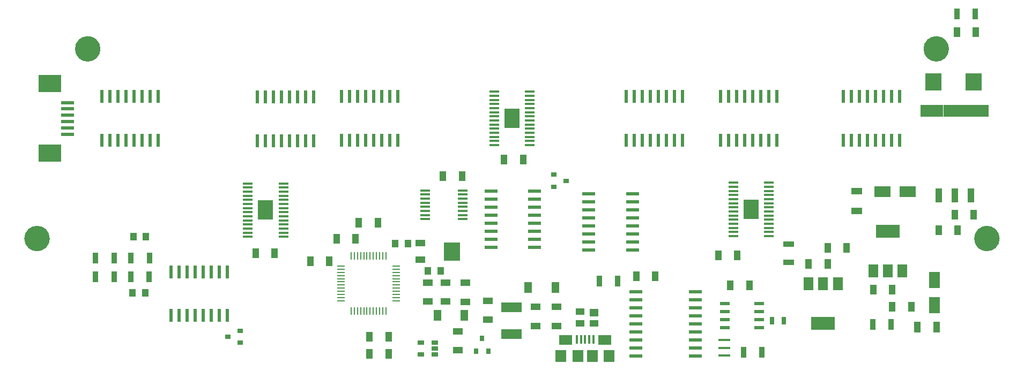
<source format=gbp>
G04 #@! TF.GenerationSoftware,KiCad,Pcbnew,(5.0.2)-1*
G04 #@! TF.CreationDate,2019-04-28T17:40:44-04:00*
G04 #@! TF.ProjectId,FSAE Main Panel,46534145-204d-4616-996e-2050616e656c,rev?*
G04 #@! TF.SameCoordinates,Original*
G04 #@! TF.FileFunction,Paste,Bot*
G04 #@! TF.FilePolarity,Positive*
%FSLAX46Y46*%
G04 Gerber Fmt 4.6, Leading zero omitted, Abs format (unit mm)*
G04 Created by KiCad (PCBNEW (5.0.2)-1) date 4/28/2019 5:40:44 PM*
%MOMM*%
%LPD*%
G01*
G04 APERTURE LIST*
%ADD10C,2.000000*%
%ADD11R,2.000000X0.630000*%
%ADD12R,2.500000X1.800000*%
%ADD13R,3.580000X1.910000*%
%ADD14R,1.100000X2.160000*%
%ADD15R,0.900000X0.800000*%
%ADD16R,2.000000X0.600000*%
%ADD17R,1.600000X1.000000*%
%ADD18R,2.540000X3.000000*%
%ADD19R,0.400000X1.350000*%
%ADD20R,2.100000X1.600000*%
%ADD21R,1.800000X1.900000*%
%ADD22R,2.340000X3.040000*%
%ADD23R,1.600000X0.300000*%
%ADD24R,1.900000X0.400000*%
%ADD25R,1.000000X1.600000*%
%ADD26R,1.000000X1.250000*%
%ADD27R,2.550000X2.700000*%
%ADD28R,1.400000X1.000000*%
%ADD29R,1.400000X1.200000*%
%ADD30R,1.800000X2.500000*%
%ADD31R,3.200000X1.500000*%
%ADD32R,3.600000X2.680000*%
%ADD33R,2.000000X0.610000*%
%ADD34R,1.250000X1.700000*%
%ADD35R,0.800000X0.900000*%
%ADD36R,0.900000X1.700000*%
%ADD37R,0.250000X1.300000*%
%ADD38R,1.300000X0.250000*%
%ADD39R,1.060000X0.650000*%
%ADD40R,1.550000X0.600000*%
%ADD41R,1.500000X0.450000*%
%ADD42R,0.630000X2.000000*%
%ADD43R,1.700000X0.900000*%
%ADD44R,1.500000X2.000000*%
%ADD45R,3.800000X2.000000*%
%ADD46R,0.700000X1.300000*%
%ADD47R,1.100000X1.800000*%
%ADD48R,1.800000X1.100000*%
G04 APERTURE END LIST*
D10*
X96500000Y-38000000D02*
G75*
G03X96500000Y-38000000I-1000000J0D01*
G01*
X88500000Y-68000000D02*
G75*
G03X88500000Y-68000000I-1000000J0D01*
G01*
X238500000Y-68000000D02*
G75*
G03X238500000Y-68000000I-1000000J0D01*
G01*
X230500000Y-38000000D02*
G75*
G03X230500000Y-38000000I-1000000J0D01*
G01*
D11*
G04 #@! TO.C,RN501*
X159200000Y-60480000D03*
X159200000Y-61750000D03*
X159200000Y-63020000D03*
X159200000Y-64290000D03*
X159200000Y-65570000D03*
X159200000Y-66840000D03*
X159200000Y-68110000D03*
X159200000Y-69380000D03*
X166100000Y-69380000D03*
X166100000Y-68110000D03*
X166100000Y-66840000D03*
X166100000Y-65570000D03*
X166100000Y-64290000D03*
X166100000Y-63020000D03*
X166100000Y-61750000D03*
X166100000Y-60480000D03*
G04 #@! TD*
D12*
G04 #@! TO.C,D302*
X225000000Y-60600000D03*
X221000000Y-60600000D03*
G04 #@! TD*
D13*
G04 #@! TO.C,U303*
X228800000Y-47800000D03*
X236000000Y-47800000D03*
X232400000Y-47800000D03*
D14*
X234940000Y-61145000D03*
X232400000Y-61145000D03*
X229860000Y-61145000D03*
G04 #@! TD*
D11*
G04 #@! TO.C,RN509*
X174624000Y-69800000D03*
X174624000Y-68530000D03*
X174624000Y-67260000D03*
X174624000Y-65990000D03*
X174624000Y-64710000D03*
X174624000Y-63440000D03*
X174624000Y-62170000D03*
X174624000Y-60900000D03*
X181524000Y-60900000D03*
X181524000Y-62170000D03*
X181524000Y-63440000D03*
X181524000Y-64710000D03*
X181524000Y-65990000D03*
X181524000Y-67260000D03*
X181524000Y-68530000D03*
X181524000Y-69800000D03*
G04 #@! TD*
D15*
G04 #@! TO.C,Q501*
X119600000Y-82600000D03*
X119600000Y-84500000D03*
X117600000Y-83550000D03*
G04 #@! TD*
G04 #@! TO.C,Q502*
X171090000Y-58850000D03*
X169090000Y-57900000D03*
X169090000Y-59800000D03*
G04 #@! TD*
D16*
G04 #@! TO.C,U401*
X191500000Y-76438511D03*
X191500000Y-77708511D03*
X191500000Y-78978511D03*
X191500000Y-80248511D03*
X191500000Y-81518511D03*
X191500000Y-82788511D03*
X191500000Y-84058511D03*
X191500000Y-85328511D03*
X191500000Y-86598511D03*
X182100000Y-86598511D03*
X182100000Y-85328511D03*
X182100000Y-84058511D03*
X182100000Y-82788511D03*
X182100000Y-81518511D03*
X182100000Y-80248511D03*
X182100000Y-78978511D03*
X182100000Y-77708511D03*
X182100000Y-76438511D03*
G04 #@! TD*
D17*
G04 #@! TO.C,Y101*
X148050000Y-71350000D03*
X148050000Y-68750000D03*
D18*
X153050000Y-70050000D03*
G04 #@! TD*
D19*
G04 #@! TO.C,J201*
X175350000Y-83925000D03*
X174700000Y-83925000D03*
X174050000Y-83925000D03*
X173400000Y-83925000D03*
X172750000Y-83925000D03*
D20*
X170950000Y-84050000D03*
X177150000Y-84050000D03*
D21*
X177850000Y-86600000D03*
X175200000Y-86600000D03*
X170250000Y-86600000D03*
X172900000Y-86600000D03*
G04 #@! TD*
D22*
G04 #@! TO.C,U503*
X200300000Y-63400000D03*
D23*
X203100000Y-67625000D03*
X203100000Y-66975000D03*
X203100000Y-66325000D03*
X203100000Y-65675000D03*
X203100000Y-65025000D03*
X203100000Y-64375000D03*
X203100000Y-63725000D03*
X203100000Y-63075000D03*
X203100000Y-62425000D03*
X203100000Y-61775000D03*
X203100000Y-61125000D03*
X203100000Y-60475000D03*
X203100000Y-59825000D03*
X203100000Y-59175000D03*
X197500000Y-59175000D03*
X197500000Y-59825000D03*
X197500000Y-60475000D03*
X197500000Y-61125000D03*
X197500000Y-61775000D03*
X197500000Y-62425000D03*
X197500000Y-63075000D03*
X197500000Y-63725000D03*
X197500000Y-64375000D03*
X197500000Y-65025000D03*
X197500000Y-65675000D03*
X197500000Y-66325000D03*
X197500000Y-66975000D03*
X197500000Y-67625000D03*
G04 #@! TD*
D22*
G04 #@! TO.C,U504*
X162500000Y-48990000D03*
D23*
X165300000Y-53215000D03*
X165300000Y-52565000D03*
X165300000Y-51915000D03*
X165300000Y-51265000D03*
X165300000Y-50615000D03*
X165300000Y-49965000D03*
X165300000Y-49315000D03*
X165300000Y-48665000D03*
X165300000Y-48015000D03*
X165300000Y-47365000D03*
X165300000Y-46715000D03*
X165300000Y-46065000D03*
X165300000Y-45415000D03*
X165300000Y-44765000D03*
X159700000Y-44765000D03*
X159700000Y-45415000D03*
X159700000Y-46065000D03*
X159700000Y-46715000D03*
X159700000Y-47365000D03*
X159700000Y-48015000D03*
X159700000Y-48665000D03*
X159700000Y-49315000D03*
X159700000Y-49965000D03*
X159700000Y-50615000D03*
X159700000Y-51265000D03*
X159700000Y-51915000D03*
X159700000Y-52565000D03*
X159700000Y-53215000D03*
G04 #@! TD*
D24*
G04 #@! TO.C,Y401*
X196026517Y-84067399D03*
X196026517Y-85267399D03*
X196026517Y-86467399D03*
G04 #@! TD*
D22*
G04 #@! TO.C,U502*
X123600000Y-63500000D03*
D23*
X126400000Y-67725000D03*
X126400000Y-67075000D03*
X126400000Y-66425000D03*
X126400000Y-65775000D03*
X126400000Y-65125000D03*
X126400000Y-64475000D03*
X126400000Y-63825000D03*
X126400000Y-63175000D03*
X126400000Y-62525000D03*
X126400000Y-61875000D03*
X126400000Y-61225000D03*
X126400000Y-60575000D03*
X126400000Y-59925000D03*
X126400000Y-59275000D03*
X120800000Y-59275000D03*
X120800000Y-59925000D03*
X120800000Y-60575000D03*
X120800000Y-61225000D03*
X120800000Y-61875000D03*
X120800000Y-62525000D03*
X120800000Y-63175000D03*
X120800000Y-63825000D03*
X120800000Y-64475000D03*
X120800000Y-65125000D03*
X120800000Y-65775000D03*
X120800000Y-66425000D03*
X120800000Y-67075000D03*
X120800000Y-67725000D03*
G04 #@! TD*
D17*
G04 #@! TO.C,C101*
X149250000Y-77975000D03*
X149250000Y-74975000D03*
G04 #@! TD*
G04 #@! TO.C,C102*
X152000000Y-74975000D03*
X152000000Y-77975000D03*
G04 #@! TD*
D25*
G04 #@! TO.C,C103*
X140000000Y-83550000D03*
X143000000Y-83550000D03*
G04 #@! TD*
D26*
G04 #@! TO.C,C104*
X149250000Y-73150000D03*
X151250000Y-73150000D03*
G04 #@! TD*
G04 #@! TO.C,C105*
X144050000Y-68800000D03*
X146050000Y-68800000D03*
G04 #@! TD*
D25*
G04 #@! TO.C,C106*
X130650000Y-71600000D03*
X133650000Y-71600000D03*
G04 #@! TD*
G04 #@! TO.C,C107*
X141300000Y-65500000D03*
X138300000Y-65500000D03*
G04 #@! TD*
G04 #@! TO.C,C108*
X134800000Y-68000000D03*
X137800000Y-68000000D03*
G04 #@! TD*
D26*
G04 #@! TO.C,C201*
X102700000Y-67700000D03*
X104700000Y-67700000D03*
G04 #@! TD*
G04 #@! TO.C,C202*
X104600000Y-76550000D03*
X102600000Y-76550000D03*
G04 #@! TD*
D17*
G04 #@! TO.C,C203*
X169550000Y-81800000D03*
X169550000Y-78800000D03*
G04 #@! TD*
G04 #@! TO.C,C204*
X166200000Y-78800000D03*
X166200000Y-81800000D03*
G04 #@! TD*
D25*
G04 #@! TO.C,C301*
X222550000Y-78800000D03*
X225550000Y-78800000D03*
G04 #@! TD*
G04 #@! TO.C,C302*
X232900000Y-66700000D03*
X229900000Y-66700000D03*
G04 #@! TD*
G04 #@! TO.C,C303*
X219550000Y-76100000D03*
X222550000Y-76100000D03*
G04 #@! TD*
D17*
G04 #@! TO.C,C304*
X153950000Y-82650000D03*
X153950000Y-85650000D03*
G04 #@! TD*
D25*
G04 #@! TO.C,C305*
X143000000Y-86250000D03*
X140000000Y-86250000D03*
G04 #@! TD*
D27*
G04 #@! TO.C,C306*
X235375000Y-43200000D03*
X229025000Y-43200000D03*
G04 #@! TD*
D17*
G04 #@! TO.C,C501*
X158675000Y-77825000D03*
X158675000Y-80825000D03*
G04 #@! TD*
D25*
G04 #@! TO.C,C502*
X151600000Y-58125000D03*
X154600000Y-58125000D03*
G04 #@! TD*
D17*
G04 #@! TO.C,C503*
X155100000Y-75000000D03*
X155100000Y-78000000D03*
G04 #@! TD*
D25*
G04 #@! TO.C,C504*
X125000000Y-70300000D03*
X122000000Y-70300000D03*
G04 #@! TD*
G04 #@! TO.C,C505*
X195100000Y-70700000D03*
X198100000Y-70700000D03*
G04 #@! TD*
G04 #@! TO.C,C506*
X164250000Y-55500000D03*
X161250000Y-55500000D03*
G04 #@! TD*
D28*
G04 #@! TO.C,D201*
X173250000Y-79550000D03*
X173250000Y-81450000D03*
X175450000Y-81450000D03*
D29*
X175450000Y-79730000D03*
G04 #@! TD*
D30*
G04 #@! TO.C,D301*
X229250000Y-74550000D03*
X229250000Y-78550000D03*
G04 #@! TD*
D31*
G04 #@! TO.C,F201*
X162450000Y-83100000D03*
X162450000Y-78900000D03*
G04 #@! TD*
D32*
G04 #@! TO.C,J204*
X89500000Y-43510000D03*
X89500000Y-54490000D03*
D33*
X92300000Y-46500000D03*
X92300000Y-47500000D03*
X92300000Y-48500000D03*
X92300000Y-49500000D03*
X92300000Y-50500000D03*
X92300000Y-51500000D03*
G04 #@! TD*
D34*
G04 #@! TO.C,L101*
X155005000Y-80175000D03*
X150745000Y-80175000D03*
G04 #@! TD*
G04 #@! TO.C,L201*
X165070000Y-75750000D03*
X169330000Y-75750000D03*
G04 #@! TD*
D35*
G04 #@! TO.C,Q301*
X157800000Y-83800000D03*
X156850000Y-85800000D03*
X158750000Y-85800000D03*
G04 #@! TD*
D36*
G04 #@! TO.C,R201*
X105250000Y-71050000D03*
X102350000Y-71050000D03*
G04 #@! TD*
G04 #@! TO.C,R202*
X96750000Y-71050000D03*
X99650000Y-71050000D03*
G04 #@! TD*
G04 #@! TO.C,R203*
X105200000Y-74050000D03*
X102300000Y-74050000D03*
G04 #@! TD*
G04 #@! TO.C,R204*
X96750000Y-74050000D03*
X99650000Y-74050000D03*
G04 #@! TD*
G04 #@! TO.C,R401*
X176300000Y-74750000D03*
X179200000Y-74750000D03*
G04 #@! TD*
G04 #@! TO.C,R402*
X201950000Y-86000000D03*
X199050000Y-86000000D03*
G04 #@! TD*
D37*
G04 #@! TO.C,U1*
X142600000Y-70750000D03*
X142100000Y-70750000D03*
X141600000Y-70750000D03*
X141100000Y-70750000D03*
X140600000Y-70750000D03*
X140100000Y-70750000D03*
X139600000Y-70750000D03*
X139100000Y-70750000D03*
X138600000Y-70750000D03*
X138100000Y-70750000D03*
X137600000Y-70750000D03*
X137100000Y-70750000D03*
D38*
X135500000Y-72350000D03*
X135500000Y-72850000D03*
X135500000Y-73350000D03*
X135500000Y-73850000D03*
X135500000Y-74350000D03*
X135500000Y-74850000D03*
X135500000Y-75350000D03*
X135500000Y-75850000D03*
X135500000Y-76350000D03*
X135500000Y-76850000D03*
X135500000Y-77350000D03*
X135500000Y-77850000D03*
D37*
X137100000Y-79450000D03*
X137600000Y-79450000D03*
X138100000Y-79450000D03*
X138600000Y-79450000D03*
X139100000Y-79450000D03*
X139600000Y-79450000D03*
X140100000Y-79450000D03*
X140600000Y-79450000D03*
X141100000Y-79450000D03*
X141600000Y-79450000D03*
X142100000Y-79450000D03*
X142600000Y-79450000D03*
D38*
X144200000Y-77850000D03*
X144200000Y-77350000D03*
X144200000Y-76850000D03*
X144200000Y-76350000D03*
X144200000Y-75850000D03*
X144200000Y-75350000D03*
X144200000Y-74850000D03*
X144200000Y-74350000D03*
X144200000Y-73850000D03*
X144200000Y-73350000D03*
X144200000Y-72850000D03*
X144200000Y-72350000D03*
G04 #@! TD*
D39*
G04 #@! TO.C,U302*
X148100000Y-84450000D03*
X148100000Y-86350000D03*
X150300000Y-86350000D03*
X150300000Y-85400000D03*
X150300000Y-84450000D03*
G04 #@! TD*
D40*
G04 #@! TO.C,U402*
X201500000Y-82105000D03*
X201500000Y-80835000D03*
X201500000Y-79565000D03*
X201500000Y-78295000D03*
X196100000Y-78295000D03*
X196100000Y-79565000D03*
X196100000Y-80835000D03*
X196100000Y-82105000D03*
G04 #@! TD*
D41*
G04 #@! TO.C,U501*
X148810000Y-60375000D03*
X148810000Y-61025000D03*
X148810000Y-61675000D03*
X148810000Y-62325000D03*
X148810000Y-62975000D03*
X148810000Y-63625000D03*
X148810000Y-64275000D03*
X148810000Y-64925000D03*
X154710000Y-64925000D03*
X154710000Y-64275000D03*
X154710000Y-63625000D03*
X154710000Y-62975000D03*
X154710000Y-62325000D03*
X154710000Y-61675000D03*
X154710000Y-61025000D03*
X154710000Y-60375000D03*
G04 #@! TD*
D42*
G04 #@! TO.C,RN502*
X106650000Y-52450000D03*
X105380000Y-52450000D03*
X104110000Y-52450000D03*
X102840000Y-52450000D03*
X101560000Y-52450000D03*
X100290000Y-52450000D03*
X99020000Y-52450000D03*
X97750000Y-52450000D03*
X97750000Y-45550000D03*
X99020000Y-45550000D03*
X100290000Y-45550000D03*
X101560000Y-45550000D03*
X102840000Y-45550000D03*
X104110000Y-45550000D03*
X105380000Y-45550000D03*
X106650000Y-45550000D03*
G04 #@! TD*
G04 #@! TO.C,RN503*
X144450000Y-45550000D03*
X143180000Y-45550000D03*
X141910000Y-45550000D03*
X140640000Y-45550000D03*
X139360000Y-45550000D03*
X138090000Y-45550000D03*
X136820000Y-45550000D03*
X135550000Y-45550000D03*
X135550000Y-52450000D03*
X136820000Y-52450000D03*
X138090000Y-52450000D03*
X139360000Y-52450000D03*
X140640000Y-52450000D03*
X141910000Y-52450000D03*
X143180000Y-52450000D03*
X144450000Y-52450000D03*
G04 #@! TD*
G04 #@! TO.C,RN504*
X189450000Y-45550000D03*
X188180000Y-45550000D03*
X186910000Y-45550000D03*
X185640000Y-45550000D03*
X184360000Y-45550000D03*
X183090000Y-45550000D03*
X181820000Y-45550000D03*
X180550000Y-45550000D03*
X180550000Y-52450000D03*
X181820000Y-52450000D03*
X183090000Y-52450000D03*
X184360000Y-52450000D03*
X185640000Y-52450000D03*
X186910000Y-52450000D03*
X188180000Y-52450000D03*
X189450000Y-52450000D03*
G04 #@! TD*
G04 #@! TO.C,RN505*
X223750000Y-52450000D03*
X222480000Y-52450000D03*
X221210000Y-52450000D03*
X219940000Y-52450000D03*
X218660000Y-52450000D03*
X217390000Y-52450000D03*
X216120000Y-52450000D03*
X214850000Y-52450000D03*
X214850000Y-45550000D03*
X216120000Y-45550000D03*
X217390000Y-45550000D03*
X218660000Y-45550000D03*
X219940000Y-45550000D03*
X221210000Y-45550000D03*
X222480000Y-45550000D03*
X223750000Y-45550000D03*
G04 #@! TD*
G04 #@! TO.C,RN506*
X131150000Y-52500000D03*
X129880000Y-52500000D03*
X128610000Y-52500000D03*
X127340000Y-52500000D03*
X126060000Y-52500000D03*
X124790000Y-52500000D03*
X123520000Y-52500000D03*
X122250000Y-52500000D03*
X122250000Y-45600000D03*
X123520000Y-45600000D03*
X124790000Y-45600000D03*
X126060000Y-45600000D03*
X127340000Y-45600000D03*
X128610000Y-45600000D03*
X129880000Y-45600000D03*
X131150000Y-45600000D03*
G04 #@! TD*
G04 #@! TO.C,RN507*
X204300000Y-45550000D03*
X203030000Y-45550000D03*
X201760000Y-45550000D03*
X200490000Y-45550000D03*
X199210000Y-45550000D03*
X197940000Y-45550000D03*
X196670000Y-45550000D03*
X195400000Y-45550000D03*
X195400000Y-52450000D03*
X196670000Y-52450000D03*
X197940000Y-52450000D03*
X199210000Y-52450000D03*
X200490000Y-52450000D03*
X201760000Y-52450000D03*
X203030000Y-52450000D03*
X204300000Y-52450000D03*
G04 #@! TD*
G04 #@! TO.C,RN508*
X117550000Y-73250000D03*
X116280000Y-73250000D03*
X115010000Y-73250000D03*
X113740000Y-73250000D03*
X112460000Y-73250000D03*
X111190000Y-73250000D03*
X109920000Y-73250000D03*
X108650000Y-73250000D03*
X108650000Y-80150000D03*
X109920000Y-80150000D03*
X111190000Y-80150000D03*
X112460000Y-80150000D03*
X113740000Y-80150000D03*
X115010000Y-80150000D03*
X116280000Y-80150000D03*
X117550000Y-80150000D03*
G04 #@! TD*
D25*
G04 #@! TO.C,C307*
X212350000Y-72050000D03*
X209350000Y-72050000D03*
G04 #@! TD*
G04 #@! TO.C,C308*
X215350000Y-69500000D03*
X212350000Y-69500000D03*
G04 #@! TD*
G04 #@! TO.C,C309*
X235400000Y-64200000D03*
X232400000Y-64200000D03*
G04 #@! TD*
D36*
G04 #@! TO.C,R301*
X222400000Y-81600000D03*
X219500000Y-81600000D03*
G04 #@! TD*
G04 #@! TO.C,R302*
X235700000Y-32500000D03*
X232800000Y-32500000D03*
G04 #@! TD*
D43*
G04 #@! TO.C,R303*
X206200000Y-68900000D03*
X206200000Y-71800000D03*
G04 #@! TD*
D25*
G04 #@! TO.C,C507*
X232750000Y-35350000D03*
X235750000Y-35350000D03*
G04 #@! TD*
G04 #@! TO.C,C401*
X200000000Y-75400000D03*
X197000000Y-75400000D03*
G04 #@! TD*
G04 #@! TO.C,C402*
X185150000Y-73950000D03*
X182150000Y-73950000D03*
G04 #@! TD*
D44*
G04 #@! TO.C,U301*
X224150000Y-73150000D03*
X219550000Y-73150000D03*
X221850000Y-73150000D03*
D45*
X221850000Y-66850000D03*
G04 #@! TD*
G04 #@! TO.C,U304*
X211650000Y-81450000D03*
D44*
X211650000Y-75150000D03*
X213950000Y-75150000D03*
X209350000Y-75150000D03*
G04 #@! TD*
D46*
G04 #@! TO.C,R403*
X203550000Y-81000000D03*
X205450000Y-81000000D03*
G04 #@! TD*
D47*
G04 #@! TO.C,L301*
X226500000Y-82000000D03*
X229600000Y-82000000D03*
G04 #@! TD*
D48*
G04 #@! TO.C,L302*
X216950000Y-60500000D03*
X216950000Y-63600000D03*
G04 #@! TD*
M02*

</source>
